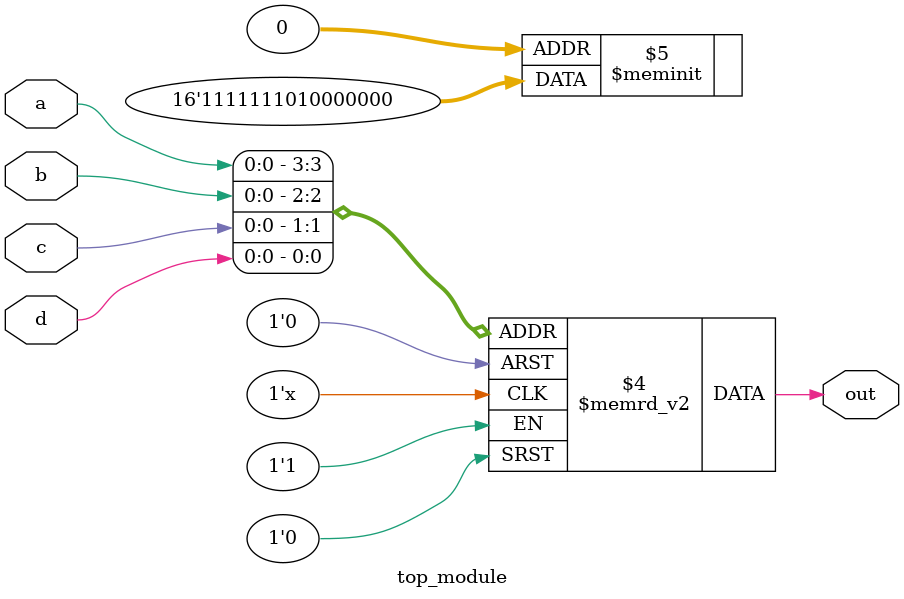
<source format=sv>
module top_module (
    input a,
    input b,
    input c,
    input d,
    output reg out
);

always @(*) begin
    case ({a, b, c, d})
        4'b0000: out = 0;
        4'b0001: out = 0;
        4'b0010: out = 0;
        4'b0011: out = 0;
        4'b0100: out = 0;
        4'b0101: out = 0;
        4'b0110: out = 0;
        4'b0111: out = 1;
        4'b1000: out = 0;
        4'b1001: out = 1;
        4'b1010: out = 1;
        4'b1011: out = 1;
        4'b1100: out = 1;
        4'b1101: out = 1;
        4'b1110: out = 1;
        4'b1111: out = 1;
    endcase
end

endmodule

</source>
